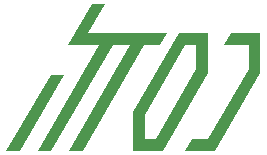
<source format=gbr>
%TF.GenerationSoftware,KiCad,Pcbnew,9.0.6-9.0.6~ubuntu24.04.1*%
%TF.CreationDate,2026-01-25T19:05:08-03:00*%
%TF.ProjectId,cotti_probe,636f7474-695f-4707-926f-62652e6b6963,0.0*%
%TF.SameCoordinates,Original*%
%TF.FileFunction,Legend,Bot*%
%TF.FilePolarity,Positive*%
%FSLAX46Y46*%
G04 Gerber Fmt 4.6, Leading zero omitted, Abs format (unit mm)*
G04 Created by KiCad (PCBNEW 9.0.6-9.0.6~ubuntu24.04.1) date 2026-01-25 19:05:08*
%MOMM*%
%LPD*%
G01*
G04 APERTURE LIST*
%ADD10C,0.000000*%
G04 APERTURE END LIST*
D10*
%TO.C,REF\u002A\u002A*%
G36*
X152835999Y-111914000D02*
G01*
X151681298Y-111914000D01*
X155434075Y-105414000D01*
X156588776Y-105414000D01*
X152835999Y-111914000D01*
G37*
G36*
X173188703Y-105247333D02*
G01*
X169339701Y-111914000D01*
X166839701Y-111914000D01*
X167417051Y-110914000D01*
X168762351Y-110914000D01*
X172188703Y-104979384D01*
X172188703Y-102914000D01*
X170111353Y-102914000D01*
X170688703Y-101914000D01*
X173188703Y-101914000D01*
X173188703Y-105247333D01*
G37*
G36*
X158609501Y-101914000D02*
G01*
X165264202Y-101914000D01*
X164686852Y-102914000D01*
X163341552Y-102914000D01*
X158145400Y-111914000D01*
X156990699Y-111914000D01*
X162186852Y-102914000D01*
X160686852Y-102914000D01*
X155490699Y-111914000D01*
X154335999Y-111914000D01*
X159532151Y-102914000D01*
X156877451Y-102914000D01*
X158898177Y-99414000D01*
X160052877Y-99414000D01*
X158609501Y-101914000D01*
G37*
G36*
X168764202Y-105247333D02*
G01*
X164915200Y-111914000D01*
X162415200Y-111914000D01*
X162415200Y-108848616D01*
X163415200Y-108848616D01*
X163415200Y-110914000D01*
X164337850Y-110914000D01*
X167764202Y-104979384D01*
X167764202Y-102914000D01*
X166841552Y-102914000D01*
X163415200Y-108848616D01*
X162415200Y-108848616D01*
X162415200Y-108580667D01*
X166264202Y-101914000D01*
X168764202Y-101914000D01*
X168764202Y-105247333D01*
G37*
%TD*%
M02*

</source>
